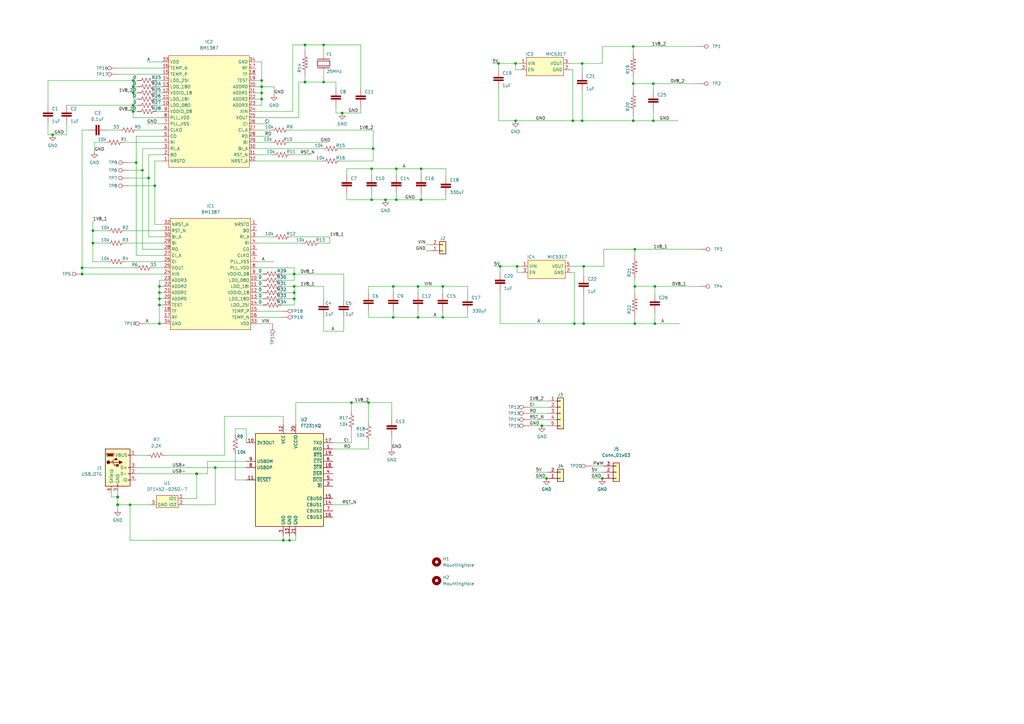
<source format=kicad_sch>
(kicad_sch (version 20211123) (generator eeschema)
  (paper "A3")
  (title_block (title "le bitaxe") (date "2022-02-23"))
  (junction (at 153.035 60.96))
  (junction (at 140.335 46.355))
  (junction (at 212.09 109.22))
  (junction (at 65.405 117.475))
  (junction (at 171.45 130.175) (diameter 0.9144))
  (junction (at 171.45 117.475) (diameter 0.9144))
  (junction (at 120.65 117.475))
  (junction (at 268.605 117.475))
  (junction (at 260.35 117.475) (diameter 0.9144))
  (junction (at 48.26 203.835) (diameter 1.016))
  (junction (at 238.76 49.53))
  (junction (at 125.095 33.655) (diameter 0.9144))
  (junction (at 211.455 49.53))
  (junction (at 132.715 18.415) (diameter 0.9144))
  (junction (at 120.65 112.395))
  (junction (at 259.715 49.53))
  (junction (at 238.76 26.035) (diameter 0.9144))
  (junction (at 38.1 99.695))
  (junction (at 107.315 35.56))
  (junction (at 54.61 33.02))
  (junction (at 132.715 33.655) (diameter 0.9144))
  (junction (at 107.315 33.02))
  (junction (at 60.96 73.025))
  (junction (at 54.61 45.72))
  (junction (at 211.455 26.035))
  (junction (at 33.655 109.855))
  (junction (at 107.315 40.64))
  (junction (at 152.4 69.215) (diameter 0.9144))
  (junction (at 65.405 125.095))
  (junction (at 151.13 165.1))
  (junction (at 65.405 132.715))
  (junction (at 54.61 35.56))
  (junction (at 120.65 120.015))
  (junction (at 144.145 165.1))
  (junction (at 63.5 76.2))
  (junction (at 224.155 196.215))
  (junction (at 267.97 49.53))
  (junction (at 162.56 69.215) (diameter 0.9144))
  (junction (at 55.88 66.675))
  (junction (at 38.1 94.615))
  (junction (at 58.42 69.85))
  (junction (at 65.405 120.015))
  (junction (at 21.59 55.245))
  (junction (at 33.655 112.395))
  (junction (at 162.56 81.915) (diameter 0.9144))
  (junction (at 259.715 34.29) (diameter 0.9144))
  (junction (at 53.34 207.01))
  (junction (at 204.47 26.035) (diameter 0.9144))
  (junction (at 161.29 117.475) (diameter 0.9144))
  (junction (at 259.715 19.05) (diameter 0.9144))
  (junction (at 268.605 132.715))
  (junction (at 239.395 109.22) (diameter 0.9144))
  (junction (at 125.095 18.415) (diameter 0.9144))
  (junction (at 260.35 132.715))
  (junction (at 181.61 130.175))
  (junction (at 54.61 43.18))
  (junction (at 65.405 122.555))
  (junction (at 48.26 207.01) (diameter 1.016))
  (junction (at 120.65 122.555))
  (junction (at 158.115 81.915))
  (junction (at 116.205 221.615))
  (junction (at 107.315 38.1))
  (junction (at 181.61 117.475))
  (junction (at 222.25 174.625))
  (junction (at 118.745 221.615))
  (junction (at 205.105 109.22) (diameter 0.9144))
  (junction (at 80.645 194.31) (diameter 1.016))
  (junction (at 235.585 132.715) (diameter 0.9144))
  (junction (at 152.4 81.915) (diameter 0.9144))
  (junction (at 260.35 102.235) (diameter 0.9144))
  (junction (at 267.97 34.29))
  (junction (at 172.72 81.915))
  (junction (at 54.61 38.1))
  (junction (at 88.265 191.77))
  (junction (at 247.015 196.215))
  (junction (at 234.95 49.53) (diameter 0.9144))
  (junction (at 239.395 132.715))
  (junction (at 172.72 69.215))
  (junction (at 161.29 130.175) (diameter 0.9144))
  (wire (pts (xy 125.095 18.415) (xy 132.715 18.415)))
  (wire (pts (xy 204.47 26.035) (xy 211.455 26.035)))
  (wire (pts (xy 259.715 34.29) (xy 259.715 31.75)))
  (wire (pts (xy 120.65 125.095) (xy 120.65 122.555)))
  (wire (pts (xy 60.325 25.4) (xy 66.675 25.4)))
  (wire (pts (xy 27.305 50.8) (xy 27.305 55.245)))
  (wire (pts (xy 202.565 109.22) (xy 205.105 109.22)))
  (wire (pts (xy 88.265 191.77) (xy 55.88 191.77)))
  (wire (pts (xy 144.145 165.1) (xy 144.145 168.91)))
  (wire (pts (xy 136.525 181.61) (xy 144.145 181.61)))
  (wire (pts (xy 63.5 92.075) (xy 67.31 92.075)))
  (wire (pts (xy 119.38 97.155) (xy 135.255 97.155)))
  (wire (pts (xy 118.745 58.42) (xy 134.62 58.42)))
  (wire (pts (xy 222.25 174.625) (xy 224.79 174.625)))
  (wire (pts (xy 161.29 117.475) (xy 171.45 117.475)))
  (wire (pts (xy 60.96 97.155) (xy 67.31 97.155)))
  (wire (pts (xy 260.35 117.475) (xy 268.605 117.475)))
  (wire (pts (xy 96.52 175.895) (xy 100.965 175.895)))
  (wire (pts (xy 63.5 76.2) (xy 63.5 92.075)))
  (wire (pts (xy 105.41 130.175) (xy 115.57 130.175)))
  (wire (pts (xy 217.17 164.465) (xy 224.79 164.465)))
  (wire (pts (xy 65.405 132.715) (xy 67.31 132.715)))
  (wire (pts (xy 238.76 26.035) (xy 247.015 26.035)))
  (wire (pts (xy 38.1 99.695) (xy 38.1 94.615)))
  (wire (pts (xy 121.285 165.1) (xy 144.145 165.1)))
  (wire (pts (xy 217.17 172.085) (xy 224.79 172.085)))
  (wire (pts (xy 260.35 104.775) (xy 260.35 102.235)))
  (wire (pts (xy 204.47 36.195) (xy 204.47 49.53)))
  (wire (pts (xy 260.35 120.015) (xy 260.35 117.475)))
  (wire (pts (xy 259.715 19.05) (xy 286.385 19.05)))
  (wire (pts (xy 181.61 120.015) (xy 181.61 117.475)))
  (wire (pts (xy 104.775 45.72) (xy 120.015 45.72)))
  (wire (pts (xy 80.645 194.31) (xy 55.88 194.31)))
  (wire (pts (xy 75.565 207.01) (xy 88.265 207.01)))
  (wire (pts (xy 107.315 33.02) (xy 107.315 35.56)))
  (wire (pts (xy 144.145 176.53) (xy 144.145 181.61)))
  (wire (pts (xy 235.585 111.76) (xy 235.585 132.715)))
  (wire (pts (xy 85.09 189.23) (xy 100.965 189.23)))
  (wire (pts (xy 259.715 46.99) (xy 259.715 49.53)))
  (wire (pts (xy 137.795 43.815) (xy 137.795 46.355)))
  (wire (pts (xy 105.41 99.695) (xy 123.825 99.695)))
  (wire (pts (xy 211.455 28.575) (xy 213.36 28.575)))
  (wire (pts (xy 238.76 37.465) (xy 238.76 49.53)))
  (wire (pts (xy 33.655 109.855) (xy 33.655 53.34)))
  (wire (pts (xy 64.135 43.18) (xy 66.675 43.18)))
  (wire (pts (xy 120.65 120.015) (xy 120.65 122.555)))
  (wire (pts (xy 43.815 53.34) (xy 48.895 53.34)))
  (wire (pts (xy 43.815 107.315) (xy 38.1 107.315)))
  (wire (pts (xy 54.61 33.02) (xy 56.515 33.02)))
  (wire (pts (xy 268.605 132.715) (xy 260.35 132.715)))
  (wire (pts (xy 152.4 79.375) (xy 152.4 81.915)))
  (wire (pts (xy 120.65 117.475) (xy 120.65 120.015)))
  (wire (pts (xy 162.56 79.375) (xy 162.56 81.915)))
  (wire (pts (xy 238.76 49.53) (xy 259.715 49.53)))
  (wire (pts (xy 151.13 117.475) (xy 161.29 117.475)))
  (wire (pts (xy 65.405 122.555) (xy 67.31 122.555)))
  (wire (pts (xy 152.4 81.915) (xy 142.24 81.915)))
  (wire (pts (xy 247.015 19.05) (xy 259.715 19.05)))
  (wire (pts (xy 142.24 69.215) (xy 152.4 69.215)))
  (wire (pts (xy 104.775 53.34) (xy 111.125 53.34)))
  (wire (pts (xy 115.57 120.015) (xy 120.65 120.015)))
  (wire (pts (xy 132.715 130.175) (xy 132.715 135.89)))
  (wire (pts (xy 259.715 34.29) (xy 267.97 34.29)))
  (wire (pts (xy 115.57 125.095) (xy 120.65 125.095)))
  (wire (pts (xy 260.35 117.475) (xy 260.35 114.935)))
  (wire (pts (xy 50.8 58.42) (xy 66.675 58.42)))
  (wire (pts (xy 115.57 117.475) (xy 120.65 117.475)))
  (wire (pts (xy 54.61 35.56) (xy 56.515 35.56)))
  (wire (pts (xy 65.405 120.015) (xy 67.31 120.015)))
  (wire (pts (xy 239.395 120.65) (xy 239.395 132.715)))
  (wire (pts (xy 201.93 26.035) (xy 204.47 26.035)))
  (wire (pts (xy 191.77 120.65) (xy 191.77 117.475)))
  (wire (pts (xy 38.1 107.315) (xy 38.1 99.695)))
  (wire (pts (xy 54.61 40.64) (xy 56.515 40.64)))
  (wire (pts (xy 85.09 189.23) (xy 85.09 194.31)))
  (wire (pts (xy 52.705 66.675) (xy 55.88 66.675)))
  (wire (pts (xy 260.35 130.175) (xy 260.35 132.715)))
  (wire (pts (xy 66.675 48.26) (xy 54.61 48.26)))
  (wire (pts (xy 52.705 73.025) (xy 60.96 73.025)))
  (wire (pts (xy 60.96 73.025) (xy 60.96 97.155)))
  (wire (pts (xy 120.65 112.395) (xy 120.65 109.855)))
  (wire (pts (xy 104.775 43.18) (xy 107.315 43.18)))
  (wire (pts (xy 53.34 207.01) (xy 48.26 207.01)))
  (wire (pts (xy 64.135 40.64) (xy 66.675 40.64)))
  (wire (pts (xy 66.675 60.96) (xy 58.42 60.96)))
  (wire (pts (xy 120.65 117.475) (xy 132.715 117.475)))
  (wire (pts (xy 268.605 117.475) (xy 287.02 117.475)))
  (wire (pts (xy 219.71 196.215) (xy 224.155 196.215)))
  (wire (pts (xy 212.09 111.76) (xy 212.09 109.22)))
  (wire (pts (xy 131.445 99.695) (xy 135.255 99.695)))
  (wire (pts (xy 268.605 117.475) (xy 268.605 120.65)))
  (wire (pts (xy 43.18 58.42) (xy 38.735 58.42)))
  (wire (pts (xy 122.555 48.26) (xy 122.555 33.655)))
  (wire (pts (xy 162.56 71.755) (xy 162.56 69.215)))
  (wire (pts (xy 235.585 132.715) (xy 205.105 132.715)))
  (wire (pts (xy 205.105 119.38) (xy 205.105 132.715)))
  (wire (pts (xy 153.035 53.34) (xy 153.035 60.96)))
  (wire (pts (xy 242.57 196.215) (xy 247.015 196.215)))
  (wire (pts (xy 247.015 196.215) (xy 247.65 196.215)))
  (wire (pts (xy 267.97 34.29) (xy 286.385 34.29)))
  (wire (pts (xy 105.41 97.155) (xy 111.76 97.155)))
  (wire (pts (xy 135.255 97.155) (xy 135.255 99.695)))
  (wire (pts (xy 38.1 94.615) (xy 43.815 94.615)))
  (wire (pts (xy 122.555 33.655) (xy 125.095 33.655)))
  (wire (pts (xy 38.735 58.42) (xy 38.735 62.23)))
  (wire (pts (xy 33.655 53.34) (xy 36.195 53.34)))
  (wire (pts (xy 211.455 26.035) (xy 213.36 26.035)))
  (wire (pts (xy 27.305 43.18) (xy 54.61 43.18)))
  (wire (pts (xy 115.57 112.395) (xy 120.65 112.395)))
  (wire (pts (xy 54.61 43.18) (xy 54.61 45.72)))
  (wire (pts (xy 92.075 186.69) (xy 92.075 170.815)))
  (wire (pts (xy 105.41 132.715) (xy 111.76 132.715)))
  (wire (pts (xy 88.265 191.77) (xy 100.965 191.77)))
  (wire (pts (xy 132.715 117.475) (xy 132.715 122.555)))
  (wire (pts (xy 104.775 38.1) (xy 107.315 38.1)))
  (wire (pts (xy 136.525 207.01) (xy 143.51 207.01)))
  (wire (pts (xy 51.435 99.695) (xy 67.31 99.695)))
  (wire (pts (xy 176.53 102.87) (xy 174.625 102.87)))
  (wire (pts (xy 67.31 114.935) (xy 65.405 114.935)))
  (wire (pts (xy 56.515 53.34) (xy 66.675 53.34)))
  (wire (pts (xy 172.72 79.375) (xy 172.72 81.915)))
  (wire (pts (xy 217.17 174.625) (xy 222.25 174.625)))
  (wire (pts (xy 65.405 114.935) (xy 65.405 117.475)))
  (wire (pts (xy 191.77 128.27) (xy 191.77 130.175)))
  (wire (pts (xy 247.015 19.05) (xy 247.015 26.035)))
  (wire (pts (xy 38.1 94.615) (xy 38.1 90.805)))
  (wire (pts (xy 158.115 81.915) (xy 152.4 81.915)))
  (wire (pts (xy 54.61 43.18) (xy 56.515 43.18)))
  (wire (pts (xy 238.76 49.53) (xy 234.95 49.53)))
  (wire (pts (xy 234.95 49.53) (xy 211.455 49.53)))
  (wire (pts (xy 182.88 81.915) (xy 172.72 81.915)))
  (wire (pts (xy 48.26 27.94) (xy 66.675 27.94)))
  (wire (pts (xy 171.45 117.475) (xy 181.61 117.475)))
  (wire (pts (xy 45.72 203.835) (xy 48.26 203.835)))
  (wire (pts (xy 119.38 63.5) (xy 127 63.5)))
  (wire (pts (xy 48.26 30.48) (xy 66.675 30.48)))
  (wire (pts (xy 160.655 179.07) (xy 160.655 184.15)))
  (wire (pts (xy 64.135 33.02) (xy 66.675 33.02)))
  (wire (pts (xy 67.31 125.095) (xy 65.405 125.095)))
  (wire (pts (xy 116.205 221.615) (xy 53.34 221.615)))
  (wire (pts (xy 132.715 18.415) (xy 147.955 18.415)))
  (wire (pts (xy 100.965 196.85) (xy 96.52 196.85)))
  (wire (pts (xy 247.65 102.235) (xy 260.35 102.235)))
  (wire (pts (xy 182.88 69.215) (xy 172.72 69.215)))
  (wire (pts (xy 247.65 102.235) (xy 247.65 109.22)))
  (wire (pts (xy 52.705 69.85) (xy 58.42 69.85)))
  (wire (pts (xy 19.685 55.245) (xy 21.59 55.245)))
  (wire (pts (xy 160.655 165.1) (xy 151.13 165.1)))
  (wire (pts (xy 48.26 203.835) (xy 48.26 207.01)))
  (wire (pts (xy 104.775 50.8) (xy 110.49 50.8)))
  (wire (pts (xy 171.45 130.175) (xy 161.29 130.175)))
  (wire (pts (xy 104.775 66.04) (xy 132.08 66.04)))
  (wire (pts (xy 267.97 34.29) (xy 267.97 37.465)))
  (wire (pts (xy 19.685 50.8) (xy 19.685 55.245)))
  (wire (pts (xy 152.4 69.215) (xy 162.56 69.215)))
  (wire (pts (xy 171.45 120.015) (xy 171.45 117.475)))
  (wire (pts (xy 54.61 38.1) (xy 56.515 38.1)))
  (wire (pts (xy 51.435 107.315) (xy 67.31 107.315)))
  (wire (pts (xy 162.56 69.215) (xy 172.72 69.215)))
  (wire (pts (xy 55.88 55.88) (xy 55.88 66.675)))
  (wire (pts (xy 260.35 102.235) (xy 287.02 102.235)))
  (wire (pts (xy 234.95 28.575) (xy 234.95 49.53)))
  (wire (pts (xy 55.88 66.675) (xy 55.88 104.775)))
  (wire (pts (xy 120.015 45.72) (xy 120.015 18.415)))
  (wire (pts (xy 139.7 60.96) (xy 153.035 60.96)))
  (wire (pts (xy 205.105 109.22) (xy 205.105 111.76)))
  (wire (pts (xy 267.97 45.085) (xy 267.97 49.53)))
  (wire (pts (xy 268.605 128.27) (xy 268.605 132.715)))
  (wire (pts (xy 224.155 196.215) (xy 224.79 196.215)))
  (wire (pts (xy 140.97 130.175) (xy 140.97 135.89)))
  (wire (pts (xy 58.42 60.96) (xy 58.42 69.85)))
  (wire (pts (xy 105.41 125.095) (xy 107.95 125.095)))
  (wire (pts (xy 105.41 107.315) (xy 112.395 107.315)))
  (wire (pts (xy 239.395 109.22) (xy 247.65 109.22)))
  (wire (pts (xy 132.715 33.655) (xy 137.795 33.655)))
  (wire (pts (xy 66.675 66.04) (xy 63.5 66.04)))
  (wire (pts (xy 132.715 23.495) (xy 132.715 18.415)))
  (wire (pts (xy 120.65 112.395) (xy 140.97 112.395)))
  (wire (pts (xy 65.405 125.095) (xy 65.405 132.715)))
  (wire (pts (xy 136.525 184.15) (xy 151.13 184.15)))
  (wire (pts (xy 105.41 127.635) (xy 115.57 127.635)))
  (wire (pts (xy 191.77 130.175) (xy 181.61 130.175)))
  (wire (pts (xy 52.705 76.2) (xy 63.5 76.2)))
  (wire (pts (xy 80.645 204.47) (xy 80.645 194.31)))
  (wire (pts (xy 105.41 122.555) (xy 107.95 122.555)))
  (wire (pts (xy 65.405 117.475) (xy 65.405 120.015)))
  (wire (pts (xy 125.095 31.115) (xy 125.095 33.655)))
  (wire (pts (xy 60.325 186.69) (xy 55.88 186.69)))
  (wire (pts (xy 115.57 122.555) (xy 120.65 122.555)))
  (wire (pts (xy 96.52 178.435) (xy 96.52 175.895)))
  (wire (pts (xy 142.24 71.755) (xy 142.24 69.215)))
  (wire (pts (xy 176.53 100.33) (xy 174.625 100.33)))
  (wire (pts (xy 112.395 35.56) (xy 112.395 38.735)))
  (wire (pts (xy 121.285 173.99) (xy 121.285 165.1)))
  (wire (pts (xy 64.135 45.72) (xy 66.675 45.72)))
  (wire (pts (xy 100.965 175.895) (xy 100.965 181.61)))
  (wire (pts (xy 104.775 48.26) (xy 122.555 48.26)))
  (wire (pts (xy 233.68 26.035) (xy 238.76 26.035)))
  (wire (pts (xy 211.455 28.575) (xy 211.455 26.035)))
  (wire (pts (xy 142.24 79.375) (xy 142.24 81.915)))
  (wire (pts (xy 217.17 167.005) (xy 224.79 167.005)))
  (wire (pts (xy 104.775 33.02) (xy 107.315 33.02)))
  (wire (pts (xy 239.395 109.22) (xy 239.395 113.03)))
  (wire (pts (xy 19.685 33.02) (xy 54.61 33.02)))
  (wire (pts (xy 239.395 132.715) (xy 260.35 132.715)))
  (wire (pts (xy 54.61 38.1) (xy 54.61 40.64)))
  (wire (pts (xy 54.61 33.02) (xy 54.61 35.56)))
  (wire (pts (xy 53.34 221.615) (xy 53.34 207.01)))
  (wire (pts (xy 33.655 109.855) (xy 33.655 112.395)))
  (wire (pts (xy 191.77 117.475) (xy 181.61 117.475)))
  (wire (pts (xy 92.075 170.815) (xy 116.205 170.815)))
  (wire (pts (xy 125.095 33.655) (xy 132.715 33.655)))
  (wire (pts (xy 125.095 20.955) (xy 125.095 18.415)))
  (wire (pts (xy 153.035 66.04) (xy 139.7 66.04)))
  (wire (pts (xy 88.265 207.01) (xy 88.265 191.77)))
  (wire (pts (xy 172.72 71.755) (xy 172.72 69.215)))
  (wire (pts (xy 67.31 112.395) (xy 33.655 112.395)))
  (wire (pts (xy 85.09 194.31) (xy 80.645 194.31)))
  (wire (pts (xy 58.42 69.85) (xy 58.42 102.235)))
  (wire (pts (xy 151.13 120.015) (xy 151.13 117.475)))
  (wire (pts (xy 242.57 191.135) (xy 247.65 191.135)))
  (wire (pts (xy 104.775 63.5) (xy 111.76 63.5)))
  (wire (pts (xy 75.565 204.47) (xy 80.645 204.47)))
  (wire (pts (xy 61.595 207.01) (xy 53.34 207.01)))
  (wire (pts (xy 234.95 28.575) (xy 233.68 28.575)))
  (wire (pts (xy 161.29 120.015) (xy 161.29 117.475)))
  (wire (pts (xy 151.13 173.355) (xy 151.13 165.1)))
  (wire (pts (xy 116.205 219.71) (xy 116.205 221.615)))
  (wire (pts (xy 211.455 49.53) (xy 204.47 49.53)))
  (wire (pts (xy 48.26 207.01) (xy 48.26 208.915)))
  (wire (pts (xy 151.13 127.635) (xy 151.13 130.175)))
  (wire (pts (xy 212.09 111.76) (xy 213.995 111.76)))
  (wire (pts (xy 104.775 40.64) (xy 107.315 40.64)))
  (wire (pts (xy 64.135 35.56) (xy 66.675 35.56)))
  (wire (pts (xy 51.435 94.615) (xy 67.31 94.615)))
  (wire (pts (xy 107.315 35.56) (xy 112.395 35.56)))
  (wire (pts (xy 115.57 114.935) (xy 120.65 114.935)))
  (wire (pts (xy 259.715 21.59) (xy 259.715 19.05)))
  (wire (pts (xy 160.655 171.45) (xy 160.655 165.1)))
  (wire (pts (xy 104.775 55.88) (xy 110.49 55.88)))
  (wire (pts (xy 239.395 132.715) (xy 235.585 132.715)))
  (wire (pts (xy 104.775 35.56) (xy 107.315 35.56)))
  (wire (pts (xy 33.655 109.855) (xy 55.245 109.855)))
  (wire (pts (xy 19.685 43.18) (xy 19.685 33.02)))
  (wire (pts (xy 161.29 127.635) (xy 161.29 130.175)))
  (wire (pts (xy 217.17 169.545) (xy 224.79 169.545)))
  (wire (pts (xy 116.205 170.815) (xy 116.205 173.99)))
  (wire (pts (xy 278.13 49.53) (xy 267.97 49.53)))
  (wire (pts (xy 105.41 120.015) (xy 107.95 120.015)))
  (wire (pts (xy 172.72 81.915) (xy 162.56 81.915)))
  (wire (pts (xy 65.405 120.015) (xy 65.405 122.555)))
  (wire (pts (xy 204.47 26.035) (xy 204.47 28.575)))
  (wire (pts (xy 238.76 26.035) (xy 238.76 29.845)))
  (wire (pts (xy 151.13 184.15) (xy 151.13 180.975)))
  (wire (pts (xy 66.675 63.5) (xy 60.96 63.5)))
  (wire (pts (xy 118.745 221.615) (xy 116.205 221.615)))
  (wire (pts (xy 54.61 35.56) (xy 54.61 38.1)))
  (wire (pts (xy 120.65 114.935) (xy 120.65 112.395)))
  (wire (pts (xy 63.5 66.04) (xy 63.5 76.2)))
  (wire (pts (xy 62.865 109.855) (xy 67.31 109.855)))
  (wire (pts (xy 118.745 219.71) (xy 118.745 221.615)))
  (wire (pts (xy 104.775 60.96) (xy 132.08 60.96)))
  (wire (pts (xy 59.69 132.715) (xy 65.405 132.715)))
  (wire (pts (xy 45.72 201.93) (xy 45.72 203.835)))
  (wire (pts (xy 234.315 109.22) (xy 239.395 109.22)))
  (wire (pts (xy 60.325 50.8) (xy 66.675 50.8)))
  (wire (pts (xy 162.56 81.915) (xy 158.115 81.915)))
  (wire (pts (xy 64.135 38.1) (xy 66.675 38.1)))
  (wire (pts (xy 120.015 18.415) (xy 125.095 18.415)))
  (wire (pts (xy 147.955 46.355) (xy 147.955 43.815)))
  (wire (pts (xy 21.59 55.245) (xy 27.305 55.245)))
  (wire (pts (xy 65.405 117.475) (xy 67.31 117.475)))
  (wire (pts (xy 67.945 186.69) (xy 92.075 186.69)))
  (wire (pts (xy 132.715 135.89) (xy 140.97 135.89)))
  (wire (pts (xy 153.035 60.96) (xy 153.035 66.04)))
  (wire (pts (xy 54.61 45.72) (xy 54.61 48.26)))
  (wire (pts (xy 105.41 114.935) (xy 107.95 114.935)))
  (wire (pts (xy 132.715 28.575) (xy 132.715 33.655)))
  (wire (pts (xy 137.795 33.655) (xy 137.795 36.195)))
  (wire (pts (xy 219.71 193.675) (xy 224.79 193.675)))
  (wire (pts (xy 151.13 165.1) (xy 144.145 165.1)))
  (wire (pts (xy 147.955 18.415) (xy 147.955 36.195)))
  (wire (pts (xy 107.315 43.18) (xy 107.315 40.64)))
  (wire (pts (xy 205.105 109.22) (xy 212.09 109.22)))
  (wire (pts (xy 181.61 127.635) (xy 181.61 130.175)))
  (wire (pts (xy 212.09 109.22) (xy 213.995 109.22)))
  (wire (pts (xy 140.97 112.395) (xy 140.97 122.555)))
  (wire (pts (xy 60.96 63.5) (xy 60.96 73.025)))
  (wire (pts (xy 96.52 196.85) (xy 96.52 186.055)))
  (wire (pts (xy 48.26 201.93) (xy 48.26 203.835)))
  (wire (pts (xy 104.775 25.4) (xy 107.315 25.4)))
  (wire (pts (xy 161.29 130.175) (xy 151.13 130.175)))
  (wire (pts (xy 38.1 99.695) (xy 43.815 99.695)))
  (wire (pts (xy 66.675 55.88) (xy 55.88 55.88)))
  (wire (pts (xy 242.57 193.675) (xy 247.65 193.675)))
  (wire (pts (xy 104.775 58.42) (xy 111.125 58.42)))
  (wire (pts (xy 259.715 36.83) (xy 259.715 34.29)))
  (wire (pts (xy 121.285 221.615) (xy 118.745 221.615)))
  (wire (pts (xy 140.335 46.355) (xy 147.955 46.355)))
  (wire (pts (xy 171.45 127.635) (xy 171.45 130.175)))
  (wire (pts (xy 182.88 80.01) (xy 182.88 81.915)))
  (wire (pts (xy 278.765 132.715) (xy 268.605 132.715)))
  (wire (pts (xy 152.4 71.755) (xy 152.4 69.215)))
  (wire (pts (xy 107.315 40.64) (xy 107.315 38.1)))
  (wire (pts (xy 55.88 104.775) (xy 67.31 104.775)))
  (wire (pts (xy 105.41 109.855) (xy 120.65 109.855)))
  (wire (pts (xy 54.61 45.72) (xy 56.515 45.72)))
  (wire (pts (xy 105.41 117.475) (xy 107.95 117.475)))
  (wire (pts (xy 107.315 25.4) (xy 107.315 33.02)))
  (wire (pts (xy 267.97 49.53) (xy 259.715 49.53)))
  (wire (pts (xy 58.42 102.235) (xy 67.31 102.235)))
  (wire (pts (xy 65.405 122.555) (xy 65.405 125.095)))
  (wire (pts (xy 121.285 219.71) (xy 121.285 221.615)))
  (wire (pts (xy 105.41 112.395) (xy 107.95 112.395)))
  (wire (pts (xy 118.745 53.34) (xy 153.035 53.34)))
  (wire (pts (xy 182.88 72.39) (xy 182.88 69.215)))
  (wire (pts (xy 107.315 38.1) (xy 107.315 35.56)))
  (wire (pts (xy 137.795 46.355) (xy 140.335 46.355)))
  (wire (pts (xy 235.585 111.76) (xy 234.315 111.76)))
  (wire (pts (xy 181.61 130.175) (xy 171.45 130.175)))
  (label "1V8_2" (at 54.61 38.1 180))
  (label "RO" (at 108.585 55.88 0))
  (label "GND" (at 219.71 49.53 0))
  (label "GND" (at 22.225 55.245 0))
  (label "RST_N" (at 123.19 63.5 0))
  (label "CI" (at 140.97 181.61 0))
  (label "GND" (at 160.655 184.15 0))
  (label "GND" (at 174.625 102.87 180))
  (label "USB+" (at 76.2 191.77 180))
  (label "GND" (at 170.18 81.915 180))
  (label "1V8_2" (at 267.335 19.05 0))
  (label "A" (at 179.07 130.175 180))
  (label "1V8_2" (at 145.415 165.1 0))
  (label "0V8_1" (at 123.19 112.395 0))
  (label "RO" (at 140.97 184.15 0))
  (label "0V8_2" (at 274.955 34.29 0))
  (label "GND" (at 112.395 38.735 0))
  (label "PWM" (at 243.205 191.135 0))
  (label "GND" (at 38.735 62.23 0))
  (label "CI" (at 108.585 50.8 0))
  (label "5V" (at 219.71 193.675 0))
  (label "GND" (at 242.57 196.215 0))
  (label "RO" (at 217.17 169.545 0))
  (label "A" (at 59.69 132.715 0))
  (label "5V" (at 202.565 109.22 0))
  (label "GND" (at 270.51 49.53 0))
  (label "A" (at 271.145 132.715 0))
  (label "1V8_2" (at 147.32 53.34 0))
  (label "RST_N" (at 140.335 207.01 0))
  (label "5V" (at 201.93 26.035 0))
  (label "0V8_2" (at 54.61 45.72 180))
  (label "GND" (at 219.71 196.215 0))
  (label "1V8_2" (at 217.17 164.465 0))
  (label "GND" (at 142.875 46.355 0))
  (label "0V8_1" (at 275.59 117.475 0))
  (label "GND" (at 131.445 58.42 0))
  (label "A" (at 60.325 25.4 0))
  (label "A" (at 135.89 135.89 0))
  (label "CI" (at 217.17 167.005 0))
  (label "VIN" (at 174.625 100.33 180))
  (label "USB-" (at 76.2 194.31 180))
  (label "1V8_1" (at 135.255 97.155 0))
  (label "A" (at 165.1 69.215 0))
  (label "5V" (at 242.57 193.675 0))
  (label "1V8_1" (at 123.19 117.475 0))
  (label "A" (at 107.315 107.315 0))
  (label "VIN" (at 173.99 117.475 0))
  (label "GND" (at 217.17 174.625 0))
  (label "1V8_1" (at 267.97 102.235 0))
  (label "RST_N" (at 217.17 172.085 0))
  (label "1V8_1" (at 38.1 90.805 0))
  (label "A" (at 220.345 132.715 0))
  (label "GND" (at 60.325 50.8 0))
  (label "VIN" (at 107.315 132.715 0))
  (symbol (lib_id "Interface_USB:FT231XQ") (at 118.745 196.85 0) (unit 1)
    (property "Reference" "U2" (at 123.3044 172.085 0) (effects (justify left)))
    (property "Value" "FT231XQ" (at 123.3044 174.625 0) (effects (justify left)))
    (property "Footprint" "Package_DFN_QFN:QFN-20-1EP_4x4mm_P0.5mm_EP2.5x2.5mm" (effects hide))
    (property "Datasheet" "https://www.ftdichip.com/Support/Documents/DataSheets/ICs/DS_FT231X.pdf" (effects hide))
  )
  (symbol (lib_id "Connector_Generic:Conn_01x02") (at 181.61 102.87 0) (mirror x) (unit 1)
    (property "Reference" "J2" (at 181.61 97.79 0))
    (property "Value" "Conn_01x02" (effects hide))
    (property "Footprint" "Connector_PinHeader_2.54mm:PinHeader_1x02_P2.54mm_Vertical" (effects hide))
    (property "DNP" "T" (effects hide))
  )
  (symbol (lib_id "Connector:TestPoint") (at 242.57 191.135 90) (mirror x) (unit 1)
    (property "Reference" "TP20" (at 236.22 191.135 90))
    (property "Value" "TestPoint" (effects hide))
    (property "Footprint" "TestPoint:TestPoint_Pad_D1.5mm" (effects hide))
    (property "DNP" "T" (effects hide))
  )
  (symbol (lib_id "Device:R_US") (at 111.76 112.395 90) (unit 1)
    (property "Reference" "R29" (at 115.57 111.125 90))
    (property "Value" "0" (at 106.68 111.125 90))
    (property "Footprint" "DayMiner:R0402" (effects hide))
  )
  (symbol (lib_id "Device:R_US") (at 47.625 99.695 90) (unit 1)
    (property "Reference" "R3" (at 51.435 98.425 90))
    (property "Value" "10k" (at 43.18 98.425 90))
    (property "Footprint" "DayMiner:R0402" (effects hide))
  )
  (symbol (lib_id "Device:R_US") (at 47.625 94.615 90) (unit 1)
    (property "Reference" "R2" (at 51.435 93.345 90))
    (property "Value" "10k" (at 43.18 93.345 90))
    (property "Footprint" "DayMiner:R0402" (effects hide))
  )
  (symbol (lib_id "Device:R_US") (at 64.135 186.69 270) (mirror x) (unit 1)
    (property "Reference" "R7" (at 64.135 180.34 90))
    (property "Value" "2.2K" (at 64.135 182.88 90))
    (property "Footprint" "DayMiner:R0402" (effects hide))
    (property "DK" "YAG3467CT-ND" (effects hide))
    (property "PARTNO" "AC0402FR-072K2L" (effects hide))
  )
  (symbol (lib_id "Connector:TestPoint") (at 48.26 27.94 90) (mirror x) (unit 1)
    (property "Reference" "TP16" (at 41.91 27.94 90))
    (property "Value" "TestPoint" (effects hide))
    (property "Footprint" "TestPoint:TestPoint_Pad_D1.5mm" (effects hide))
    (property "DNP" "T" (effects hide))
  )
  (symbol (lib_id "Connector:TestPoint") (at 217.17 167.005 90) (mirror x) (unit 1)
    (property "Reference" "TP12" (at 210.82 167.005 90))
    (property "Value" "TestPoint" (effects hide))
    (property "Footprint" "TestPoint:TestPoint_Pad_D1.5mm" (effects hide))
    (property "DNP" "T" (effects hide))
  )
  (symbol (lib_id "Connector_Generic:Conn_01x03") (at 252.73 193.675 0) (mirror x) (unit 1)
    (property "Reference" "J5" (at 252.73 184.15 0))
    (property "Value" "Conn_01x03" (at 252.73 186.69 0))
    (property "Footprint" "Connector_PinHeader_2.54mm:PinHeader_1x03_P2.54mm_Vertical" (effects hide))
  )
  (symbol (lib_id "DayMiner-eagle-import:CAP0402") (at 152.4 76.835 0) (unit 1)
    (property "Reference" "C10" (at 153.924 73.914 0) (effects (justify left bottom)))
    (property "Value" "0.1uF" (at 153.924 78.994 0) (effects (justify left bottom)))
    (property "Footprint" "DayMiner:C0402" (effects hide))
    (property "Value" "0.1uF" (effects hide))
    (property "DK" "1292-1639-1-ND" (effects hide))
  )
  (symbol (lib_id "DayMiner-eagle-import:CAP0402") (at 160.655 176.53 0) (unit 1)
    (property "Reference" "C13" (at 162.179 173.609 0) (effects (justify left bottom)))
    (property "Value" "0.1uF" (at 162.179 178.689 0) (effects (justify left bottom)))
    (property "Footprint" "DayMiner:C0402" (effects hide))
    (property "Value" "0.1uF" (effects hide))
    (property "DK" "1292-1639-1-ND" (effects hide))
  )
  (symbol (lib_id "Device:R_US") (at 115.57 63.5 90) (unit 1)
    (property "Reference" "R11" (at 119.38 62.23 90))
    (property "Value" "10k" (at 111.125 62.23 90))
    (property "Footprint" "DayMiner:R0402" (effects hide))
  )
  (symbol (lib_id "DayMiner-eagle-import:CAP0402") (at 147.955 41.275 0) (unit 1)
    (property "Reference" "C11" (at 149.479 38.354 0) (effects (justify left bottom)))
    (property "Value" "10pF" (at 149.479 43.434 0) (effects (justify left bottom)))
    (property "Footprint" "DayMiner:C0402" (effects hide))
    (property "Value" "10pF" (effects hide))
    (property "DK" "399-C0402C100K5RAC7867CT-ND" (effects hide))
  )
  (symbol (lib_id "power:GND") (at 247.015 196.215 0) (mirror y) (unit 1)
    (property "Reference" "#PWR011" (effects hide))
    (property "Value" "GND" (at 247.015 200.66 0))
  )
  (symbol (lib_id "Device:R_US") (at 111.76 122.555 90) (unit 1)
    (property "Reference" "R33" (at 115.57 121.285 90))
    (property "Value" "0" (at 106.68 121.285 90))
    (property "Footprint" "DayMiner:R0402" (effects hide))
  )
  (symbol (lib_id "DayMiner-eagle-import:CAP0402") (at 19.685 48.26 0) (unit 1)
    (property "Reference" "C1" (at 21.209 45.339 0) (effects (justify left bottom)))
    (property "Value" "1uF" (at 21.209 50.419 0) (effects (justify left bottom)))
    (property "Footprint" "DayMiner:C0402" (effects hide))
    (property "DK" "587-5514-1-ND" (effects hide))
  )
  (symbol (lib_name "MIC5317_1") (lib_id "DayMiner-eagle-import:MIC5317") (at 223.52 26.035 0) (unit 1)
    (property "Reference" "IC3" (at 217.17 22.225 0))
    (property "Value" "MIC5317" (at 227.965 22.225 0))
    (property "Footprint" "DayMiner:SOT23-5" (effects hide))
    (property "Datasheet" "https://ww1.microchip.com/downloads/en/DeviceDoc/MIC5317-High-Performance-Single-150mA-LDO-DS20006195B.pdf" (effects hide))
    (property "PARTNO" "MIC5317-1.8YM5-TR" (effects hide))
    (property "DK" "MIC5317-1.8YM5-TR-ND" (effects hide))
  )
  (symbol (lib_id "DayMiner-eagle-import:RESISTOR0402-RES") (at 259.715 41.91 90) (unit 1)
    (property "Reference" "R20" (at 258.2164 45.72 0) (effects (justify left bottom)))
    (property "Value" "100" (at 263.017 45.72 0) (effects (justify left bottom)))
    (property "Footprint" "DayMiner:C0402" (effects hide))
    (property "Value" "100" (effects hide))
    (property "DK" "RMCF0402FT10K0CT-ND" (effects hide))
  )
  (symbol (lib_id "Connector:TestPoint") (at 111.76 132.715 0) (mirror x) (unit 1)
    (property "Reference" "TP11" (at 111.76 139.065 90))
    (property "Value" "TestPoint" (effects hide))
    (property "Footprint" "TestPoint:TestPoint_Pad_D1.5mm" (effects hide))
    (property "DNP" "T" (effects hide))
  )
  (symbol (lib_id "Device:R_US") (at 111.76 120.015 90) (unit 1)
    (property "Reference" "R32" (at 115.57 118.745 90))
    (property "Value" "0" (at 106.68 118.745 90))
    (property "Footprint" "DayMiner:R0402" (effects hide))
  )
  (symbol (lib_id "CM4IO:DT1452-02SO-7") (at 67.945 204.47 0) (mirror y) (unit 1)
    (property "Reference" "U1" (at 68.58 198.12 0))
    (property "Value" "DT1452-02SO-7" (at 68.58 200.66 0))
    (property "Footprint" "Package_TO_SOT_SMD:SOT-23" (effects hide))
    (property "Datasheet" "https://www.diodes.com/assets/Datasheets/DT1452-02SO.pdf" (effects hide))
    (property "DK" "DT1452-02SO-7DICT-ND" (effects hide))
    (property "PARTNO" "DT1452-02SO-7" (effects hide))
  )
  (symbol (lib_id "Connector:TestPoint") (at 287.02 117.475 270) (unit 1)
    (property "Reference" "TP4" (at 292.735 117.4749 90) (effects (justify left)))
    (property "Value" "TestPoint" (effects hide))
    (property "Footprint" "TestPoint:TestPoint_Pad_D1.5mm" (effects hide))
    (property "DNP" "T" (effects hide))
  )
  (symbol (lib_id "DayMiner-eagle-import:XRCGB25M000F2P02R0") (at 132.715 26.035 90) (unit 1)
    (property "Reference" "Y1" (at 133.731 22.987 90) (effects (justify right top)))
    (property "Value" "25MHz" (at 140.335 28.575 90) (effects (justify left bottom)))
    (property "Footprint" "DayMiner:XRCGB25M000F2P02R0" (effects hide))
    (property "PARTNO" "XRCGB25M000F2P01R0" (effects hide))
    (property "DK" "490-18304-1-ND" (effects hide))
  )
  (symbol (lib_id "power:GND") (at 224.155 196.215 0) (mirror y) (unit 1)
    (property "Reference" "#PWR010" (effects hide))
    (property "Value" "GND" (at 224.155 200.66 0))
  )
  (symbol (lib_id "Device:R_US") (at 47.625 107.315 90) (unit 1)
    (property "Reference" "R4" (at 51.435 106.045 90))
    (property "Value" "10k" (at 43.18 106.045 90))
    (property "Footprint" "DayMiner:R0402" (effects hide))
  )
  (symbol (lib_id "power:GND") (at 112.395 38.735 0) (mirror y) (unit 1)
    (property "Reference" "#PWR04" (effects hide))
    (property "Value" "GND" (at 112.395 43.18 0))
  )
  (symbol (lib_id "DayMiner-eagle-import:CAP0402") (at 267.97 42.545 0) (unit 1)
    (property "Reference" "C25" (at 269.494 39.624 0) (effects (justify left bottom)))
    (property "Value" "0.1uF" (at 269.494 44.704 0) (effects (justify left bottom)))
    (property "Footprint" "DayMiner:C0402" (effects hide))
    (property "Value" "0.1uF" (effects hide))
    (property "DK" "1292-1639-1-ND" (effects hide))
  )
  (symbol (lib_id "DayMiner-eagle-import:CAP0402") (at 161.29 125.095 0) (unit 1)
    (property "Reference" "C9" (at 162.814 122.174 0) (effects (justify left bottom)))
    (property "Value" "0.1uF" (at 162.814 127.254 0) (effects (justify left bottom)))
    (property "Footprint" "DayMiner:C0402" (effects hide))
    (property "Value" "0.1uF" (effects hide))
    (property "DK" "1292-1639-1-ND" (effects hide))
  )
  (symbol (lib_id "DayMiner-eagle-import:CAP0402") (at 205.105 116.84 0) (unit 1)
    (property "Reference" "C20" (at 206.629 113.919 0) (effects (justify left bottom)))
    (property "Value" "1uF" (at 206.629 118.999 0) (effects (justify left bottom)))
    (property "Footprint" "DayMiner:C0402" (effects hide))
    (property "DK" "587-5514-1-ND" (effects hide))
  )
  (symbol (lib_id "power:GND") (at 140.335 46.355 0) (mirror y) (unit 1)
    (property "Reference" "#PWR05" (effects hide))
    (property "Value" "GND" (at 140.335 50.8 0))
  )
  (symbol (lib_id "Device:R_US") (at 111.76 114.935 90) (unit 1)
    (property "Reference" "R30" (at 115.57 113.665 90))
    (property "Value" "0" (at 106.68 113.665 90))
    (property "Footprint" "DayMiner:R0402" (effects hide))
  )
  (symbol (lib_id "DayMiner-eagle-import:MIC5317") (at 224.155 109.22 0) (unit 1)
    (property "Reference" "IC4" (at 217.805 105.41 0))
    (property "Value" "MIC5317" (at 228.6 105.41 0))
    (property "Footprint" "DayMiner:SOT23-5" (effects hide))
    (property "Datasheet" "https://ww1.microchip.com/downloads/en/DeviceDoc/MIC5317-High-Performance-Single-150mA-LDO-DS20006195B.pdf" (effects hide))
    (property "PARTNO" "MIC5317-1.8YM5-TR" (effects hide))
    (property "DK" "MIC5317-1.8YM5-TR-ND" (effects hide))
  )
  (symbol (lib_id "power:GND") (at 222.25 174.625 0) (mirror y) (unit 1)
    (property "Reference" "#PWR09" (effects hide))
    (property "Value" "GND" (at 222.25 179.07 0))
  )
  (symbol (lib_id "Device:R_US") (at 60.325 33.02 90) (unit 1)
    (property "Reference" "R23" (at 64.135 31.75 90))
    (property "Value" "0" (at 55.245 31.75 90))
    (property "Footprint" "DayMiner:R0402" (effects hide))
  )
  (symbol (lib_id "Device:R_US") (at 59.055 109.855 90) (unit 1)
    (property "Reference" "R6" (at 55.245 108.585 90))
    (property "Value" "33" (at 62.865 108.585 90))
    (property "Footprint" "DayMiner:R0402" (effects hide))
  )
  (symbol (lib_id "dayminer:BM1387") (at 86.995 50.8 0) (mirror x) (unit 1)
    (property "Reference" "IC2" (at 85.725 17.145 0))
    (property "Value" "BM1387" (at 85.725 19.685 0))
    (property "Footprint" "DayMiner:SON45P800X800X70-33T645X800N" (effects hide))
  )
  (symbol (lib_id "Connector:TestPoint") (at 217.17 169.545 90) (unit 1)
    (property "Reference" "TP13" (at 210.82 169.545 90))
    (property "Value" "TestPoint" (effects hide))
    (property "Footprint" "TestPoint:TestPoint_Pad_D1.5mm" (effects hide))
    (property "DNP" "T" (effects hide))
  )
  (symbol (lib_id "Connector:USB_OTG") (at 48.26 191.77 0) (unit 1)
    (property "Reference" "J1" (at 41.91 191.8969 0) (effects (justify right)))
    (property "Value" "USB_OTG" (at 41.91 194.4369 0) (effects (justify right)))
    (property "Footprint" "DayMiner:USB_Micro-B_EDAC_UCON00686" (effects hide))
    (property "Datasheet" "https://cdn.amphenol-icc.com/media/wysiwyg/files/documentation/datasheet/inputoutput/io_usb_micro.pd" (effects hide))
    (property "DK" "609-4050-2-ND" (effects hide))
    (property "PARTNO" "10103594-0001LF" (effects hide))
  )
  (symbol (lib_id "Connector_Generic:Conn_01x02") (at 229.87 196.215 0) (mirror x) (unit 1)
    (property "Reference" "J4" (at 229.87 191.135 0))
    (property "Value" "Conn_01x02" (effects hide))
    (property "Footprint" "Connector_PinHeader_2.54mm:PinHeader_1x02_P2.54mm_Vertical" (effects hide))
    (property "DNP" "T" (effects hide))
  )
  (symbol (lib_id "Connector:TestPoint") (at 52.705 73.025 90) (mirror x) (unit 1)
    (property "Reference" "TP7" (at 46.355 73.025 90))
    (property "Value" "TestPoint" (effects hide))
    (property "Footprint" "TestPoint:TestPoint_Pad_D1.5mm" (effects hide))
    (property "DNP" "T" (effects hide))
  )
  (symbol (lib_id "DayMiner-eagle-import:CAP0402") (at 142.24 76.835 0) (unit 1)
    (property "Reference" "C7" (at 143.764 73.914 0) (effects (justify left bottom)))
    (property "Value" "0.1uF" (at 143.764 78.994 0) (effects (justify left bottom)))
    (property "Footprint" "DayMiner:C0402" (effects hide))
    (property "Value" "0.1uF" (effects hide))
    (property "DK" "1292-1639-1-ND" (effects hide))
  )
  (symbol (lib_id "Device:R_US") (at 115.57 97.155 90) (unit 1)
    (property "Reference" "R12" (at 119.38 95.885 90))
    (property "Value" "10k" (at 110.49 95.885 90))
    (property "Footprint" "DayMiner:R0402" (effects hide))
  )
  (symbol (lib_id "Device:R_US") (at 96.52 182.245 180) (unit 1)
    (property "Reference" "R8" (at 98.425 179.07 0))
    (property "Value" "10k" (at 99.06 185.42 0))
    (property "Footprint" "DayMiner:R0402" (effects hide))
  )
  (symbol (lib_id "Device:R_US") (at 127.635 99.695 90) (unit 1)
    (property "Reference" "R13" (at 131.445 98.425 90))
    (property "Value" "10k" (at 123.19 98.425 90))
    (property "Footprint" "DayMiner:R0402" (effects hide))
  )
  (symbol (lib_id "DayMiner-eagle-import:CAP0402") (at 151.13 125.095 0) (unit 1)
    (property "Reference" "C6" (at 152.654 122.174 0) (effects (justify left bottom)))
    (property "Value" "0.1uF" (at 152.654 127.254 0) (effects (justify left bottom)))
    (property "Footprint" "DayMiner:C0402" (effects hide))
    (property "Value" "0.1uF" (effects hide))
    (property "DK" "1292-1639-1-ND" (effects hide))
  )
  (symbol (lib_id "DayMiner-eagle-import:RESISTOR0402-RES") (at 260.35 125.095 90) (unit 1)
    (property "Reference" "R22" (at 258.8514 128.905 0) (effects (justify left bottom)))
    (property "Value" "100" (at 263.652 128.905 0) (effects (justify left bottom)))
    (property "Footprint" "DayMiner:R0402" (effects hide))
    (property "Value" "100" (effects hide))
    (property "DK" "RMCF0402FT10K0CT-ND" (effects hide))
  )
  (symbol (lib_id "DayMiner-eagle-import:CAP0402") (at 238.76 34.925 0) (unit 1)
    (property "Reference" "C21" (at 240.284 32.004 0) (effects (justify left bottom)))
    (property "Value" "1uF" (at 240.284 37.084 0) (effects (justify left bottom)))
    (property "Footprint" "DayMiner:C0402" (effects hide))
    (property "DK" "587-5514-1-ND" (effects hide))
  )
  (symbol (lib_id "power:GND") (at 160.655 184.15 0) (mirror y) (unit 1)
    (property "Reference" "#PWR07" (effects hide))
    (property "Value" "GND" (at 160.655 188.595 0))
  )
  (symbol (lib_id "Device:R_US") (at 60.325 40.64 90) (unit 1)
    (property "Reference" "R26" (at 64.135 39.37 90))
    (property "Value" "0" (at 55.245 39.37 90))
    (property "Footprint" "DayMiner:R0402" (effects hide))
  )
  (symbol (lib_id "eagle_import:CAP0402") (at 41.275 53.34 90) (unit 1)
    (property "Reference" "C3" (at 40.005 46.355 90))
    (property "Value" "0.1uF" (at 40.005 48.895 90))
    (property "Footprint" "DayMiner:C0402" (effects hide))
  )
  (symbol (lib_id "power:GND") (at 38.735 62.23 0) (mirror y) (unit 1)
    (property "Reference" "#PWR03" (effects hide))
    (property "Value" "GND" (at 38.735 66.675 0))
  )
  (symbol (lib_id "Connector:TestPoint") (at 52.705 69.85 90) (mirror x) (unit 1)
    (property "Reference" "TP6" (at 46.355 69.85 90))
    (property "Value" "TestPoint" (effects hide))
    (property "Footprint" "TestPoint:TestPoint_Pad_D1.5mm" (effects hide))
    (property "DNP" "T" (effects hide))
  )
  (symbol (lib_id "DayMiner-eagle-import:RESISTOR0402-RES") (at 259.715 26.67 90) (unit 1)
    (property "Reference" "R19" (at 258.2164 30.48 0) (effects (justify left bottom)))
    (property "Value" "100" (at 263.017 30.48 0) (effects (justify left bottom)))
    (property "Footprint" "DayMiner:R0402" (effects hide))
    (property "Value" "100" (effects hide))
    (property "DK" "RMCF0402FT12K4CT-ND" (effects hide))
  )
  (symbol (lib_id "DayMiner-eagle-import:RESISTOR0402-RES") (at 125.095 26.035 90) (unit 1)
    (property "Reference" "R14" (at 123.5964 29.845 0) (effects (justify left bottom)))
    (property "Value" "1M" (at 128.397 29.845 0) (effects (justify left bottom)))
    (property "Footprint" "DayMiner:R0402" (effects hide))
    (property "Value" "1M" (effects hide))
    (property "DK" "RMCF0402FT1M00CT-ND" (effects hide))
  )
  (symbol (lib_id "DayMiner-eagle-import:CAP0402") (at 191.77 125.73 0) (unit 1)
    (property "Reference" "C17" (at 193.294 122.809 0) (effects (justify left bottom)))
    (property "Value" "330uF" (at 193.675 128.27 0) (effects (justify left bottom)))
    (property "Footprint" "Capacitor_Tantalum_SMD:CP_EIA-7343-31_Kemet-D_Pad2.25x2.55mm_HandSolder" (effects hide))
    (property "DK" "2388-PCT330/10DM-ND" (effects hide))
  )
  (symbol (lib_id "Connector_Generic:Conn_01x05") (at 229.87 169.545 0) (unit 1)
    (property "Reference" "J3" (at 228.6 161.925 0) (effects (justify left)))
    (property "Value" "Conn_01x05" (effects hide))
    (property "Footprint" "Connector_PinHeader_2.54mm:PinHeader_1x05_P2.54mm_Vertical" (effects hide))
  )
  (symbol (lib_id "Connector:TestPoint") (at 286.385 34.29 270) (unit 1)
    (property "Reference" "TP2" (at 292.1 34.2899 90) (effects (justify left)))
    (property "Value" "TestPoint" (effects hide))
    (property "Footprint" "TestPoint:TestPoint_Pad_D1.5mm" (effects hide))
    (property "DNP" "T" (effects hide))
  )
  (symbol (lib_id "DayMiner-eagle-import:CAP0402") (at 268.605 125.73 0) (unit 1)
    (property "Reference" "C26" (at 270.129 122.809 0) (effects (justify left bottom)))
    (property "Value" "0.1uF" (at 270.129 127.889 0) (effects (justify left bottom)))
    (property "Footprint" "DayMiner:C0402" (effects hide))
    (property "Value" "0.1uF" (effects hide))
    (property "DK" "1292-1639-1-ND" (effects hide))
  )
  (symbol (lib_id "power:GND") (at 211.455 49.53 0) (mirror y) (unit 1)
    (property "Reference" "#PWR08" (effects hide))
    (property "Value" "GND" (at 211.455 53.975 0))
  )
  (symbol (lib_id "power:GND") (at 21.59 55.245 0) (mirror y) (unit 1)
    (property "Reference" "#PWR02" (effects hide))
    (property "Value" "GND" (at 21.59 59.69 0))
  )
  (symbol (lib_id "Connector:TestPoint") (at 48.26 30.48 90) (mirror x) (unit 1)
    (property "Reference" "TP17" (at 41.91 30.48 90))
    (property "Value" "TestPoint" (effects hide))
    (property "Footprint" "TestPoint:TestPoint_Pad_D1.5mm" (effects hide))
    (property "DNP" "T" (effects hide))
  )
  (symbol (lib_id "power:GND") (at 158.115 81.915 0) (mirror y) (unit 1)
    (property "Reference" "#PWR06" (effects hide))
    (property "Value" "GND" (at 158.115 86.36 0))
  )
  (symbol (lib_id "Device:R_US") (at 111.76 117.475 90) (unit 1)
    (property "Reference" "R31" (at 115.57 116.205 90))
    (property "Value" "0" (at 106.68 116.205 90))
    (property "Footprint" "DayMiner:R0402" (effects hide))
  )
  (symbol (lib_id "Device:R_US") (at 60.325 43.18 90) (unit 1)
    (property "Reference" "R27" (at 64.135 41.91 90))
    (property "Value" "0" (at 55.245 41.91 90))
    (property "Footprint" "DayMiner:R0402" (effects hide))
  )
  (symbol (lib_id "Mechanical:MountingHole") (at 179.07 238.125 0) (unit 1)
    (property "Reference" "H2" (at 181.61 236.8549 0) (effects (justify left)))
    (property "Value" "MountingHole" (at 181.61 239.3949 0) (effects (justify left)))
    (property "Footprint" "MountingHole:MountingHole_3.5mm" (effects hide))
  )
  (symbol (lib_id "Device:R_US") (at 60.325 38.1 90) (unit 1)
    (property "Reference" "R25" (at 64.135 36.83 90))
    (property "Value" "0" (at 55.245 36.83 90))
    (property "Footprint" "DayMiner:R0402" (effects hide))
  )
  (symbol (lib_id "Device:R_US") (at 60.325 35.56 90) (unit 1)
    (property "Reference" "R24" (at 64.135 34.29 90))
    (property "Value" "0" (at 55.245 34.29 90))
    (property "Footprint" "DayMiner:R0402" (effects hide))
  )
  (symbol (lib_id "Device:R_US") (at 144.145 172.72 180) (unit 1)
    (property "Reference" "R17" (at 140.97 171.45 0))
    (property "Value" "10k" (at 140.97 173.99 0))
    (property "Footprint" "DayMiner:R0402" (effects hide))
  )
  (symbol (lib_id "DayMiner-eagle-import:CAP0402") (at 27.305 48.26 0) (unit 1)
    (property "Reference" "C2" (at 28.829 45.339 0) (effects (justify left bottom)))
    (property "Value" "1uF" (at 28.829 50.419 0) (effects (justify left bottom)))
    (property "Footprint" "DayMiner:C0402" (effects hide))
    (property "DK" "587-5514-1-ND" (effects hide))
  )
  (symbol (lib_id "Device:R_US") (at 111.76 125.095 90) (unit 1)
    (property "Reference" "R34" (at 115.57 123.825 90))
    (property "Value" "0" (at 106.68 123.825 90))
    (property "Footprint" "DayMiner:R0402" (effects hide))
  )
  (symbol (lib_id "DayMiner-eagle-import:CAP0402") (at 162.56 76.835 0) (unit 1)
    (property "Reference" "C14" (at 164.084 73.914 0) (effects (justify left bottom)))
    (property "Value" "1uF" (at 164.084 78.994 0) (effects (justify left bottom)))
    (property "Footprint" "DayMiner:C0402" (effects hide))
    (property "Value" "1uF" (effects hide))
    (property "DK" "587-5514-1-ND" (effects hide))
  )
  (symbol (lib_id "DayMiner-eagle-import:CAP0402") (at 140.97 127.635 0) (unit 1)
    (property "Reference" "C5" (at 141.605 125.095 0) (effects (justify left bottom)))
    (property "Value" "1uF" (at 141.605 129.54 0) (effects (justify left bottom)))
    (property "Footprint" "DayMiner:C0402" (effects hide))
    (property "DK" "587-5514-1-ND" (effects hide))
  )
  (symbol (lib_id "Mechanical:MountingHole") (at 179.07 230.505 0) (unit 1)
    (property "Reference" "H1" (at 181.61 229.2349 0) (effects (justify left)))
    (property "Value" "MountingHole" (at 181.61 231.7749 0) (effects (justify left)))
    (property "Footprint" "MountingHole:MountingHole_3.5mm" (effects hide))
  )
  (symbol (lib_id "Connector:TestPoint") (at 33.655 112.395 90) (mirror x) (unit 1)
    (property "Reference" "TP5" (at 27.305 112.395 90))
    (property "Value" "TestPoint" (effects hide))
    (property "Footprint" "TestPoint:TestPoint_Pad_D1.5mm" (effects hide))
    (property "DNP" "T" (effects hide))
  )
  (symbol (lib_id "Device:R_US") (at 60.325 45.72 90) (unit 1)
    (property "Reference" "R28" (at 64.135 44.45 90))
    (property "Value" "0" (at 55.245 44.45 90))
    (property "Footprint" "DayMiner:R0402" (effects hide))
  )
  (symbol (lib_id "Device:R_US") (at 151.13 177.165 180) (unit 1)
    (property "Reference" "R18" (at 147.955 175.895 0))
    (property "Value" "10k" (at 147.955 178.435 0))
    (property "Footprint" "DayMiner:R0402" (effects hide))
  )
  (symbol (lib_id "Device:R_US") (at 52.705 53.34 90) (unit 1)
    (property "Reference" "R5" (at 56.515 52.07 90))
    (property "Value" "33" (at 47.625 52.07 90))
    (property "Footprint" "DayMiner:R0402" (effects hide))
  )
  (symbol (lib_id "DayMiner-eagle-import:CAP0402") (at 182.88 77.47 0) (unit 1)
    (property "Reference" "C18" (at 184.404 74.549 0) (effects (justify left bottom)))
    (property "Value" "330uF" (at 184.404 79.629 0) (effects (justify left bottom)))
    (property "Footprint" "Capacitor_Tantalum_SMD:CP_EIA-7343-31_Kemet-D_Pad2.25x2.55mm_HandSolder" (effects hide))
    (property "DK" "2388-PCT330/10DM-ND" (effects hide))
  )
  (symbol (lib_id "power:GND") (at 48.26 208.915 0) (mirror y) (unit 1)
    (property "Reference" "#PWR01" (effects hide))
    (property "Value" "GND" (at 48.26 213.36 0))
  )
  (symbol (lib_id "Connector:TestPoint") (at 59.69 132.715 90) (mirror x) (unit 1)
    (property "Reference" "TP10" (at 53.34 132.715 90))
    (property "Value" "TestPoint" (effects hide))
    (property "Footprint" "TestPoint:TestPoint_Pad_D1.5mm" (effects hide))
    (property "DNP" "T" (effects hide))
  )
  (symbol (lib_id "Device:R_US") (at 135.89 66.04 90) (unit 1)
    (property "Reference" "R16" (at 139.7 64.77 90))
    (property "Value" "10k" (at 131.445 64.77 90))
    (property "Footprint" "DayMiner:R0402" (effects hide))
  )
  (symbol (lib_id "dayminer:BM1387") (at 85.09 107.315 0) (mirror y) (unit 1)
    (property "Reference" "IC1" (at 86.36 84.455 0))
    (property "Value" "BM1387" (at 86.36 86.995 0))
    (property "Footprint" "DayMiner:SON45P800X800X70-33T645X800N" (effects hide))
  )
  (symbol (lib_id "Connector:TestPoint") (at 52.705 66.675 90) (mirror x) (unit 1)
    (property "Reference" "TP9" (at 46.355 66.675 90))
    (property "Value" "TestPoint" (effects hide))
    (property "Footprint" "TestPoint:TestPoint_Pad_D1.5mm" (effects hide))
    (property "DNP" "T" (effects hide))
  )
  (symbol (lib_id "DayMiner-eagle-import:RESISTOR0402-RES") (at 260.35 109.855 90) (unit 1)
    (property "Reference" "R21" (at 258.8514 113.665 0) (effects (justify left bottom)))
    (property "Value" "100" (at 263.652 113.665 0) (effects (justify left bottom)))
    (property "Footprint" "DayMiner:R0402" (effects hide))
    (property "Value" "100" (effects hide))
    (property "DK" "RMCF0402FT12K4CT-ND" (effects hide))
  )
  (symbol (lib_id "Device:R_US") (at 46.99 58.42 90) (unit 1)
    (property "Reference" "R1" (at 50.8 57.15 90))
    (property "Value" "10k" (at 41.91 57.15 90))
    (property "Footprint" "DayMiner:R0402" (effects hide))
  )
  (symbol (lib_id "DayMiner-eagle-import:CAP0402") (at 132.715 127.635 0) (unit 1)
    (property "Reference" "C4" (at 133.35 125.095 0) (effects (justify left bottom)))
    (property "Value" "1uF" (at 133.35 129.54 0) (effects (justify left bottom)))
    (property "Footprint" "DayMiner:C0402" (effects hide))
    (property "DK" "587-5514-1-ND" (effects hide))
  )
  (symbol (lib_id "DayMiner-eagle-import:CAP0402") (at 172.72 76.835 0) (unit 1)
    (property "Reference" "C16" (at 174.244 73.914 0) (effects (justify left bottom)))
    (property "Value" "1uF" (at 174.244 78.994 0) (effects (justify left bottom)))
    (property "Footprint" "DayMiner:C0402" (effects hide))
    (property "Value" "1uF" (effects hide))
    (property "DK" "587-5514-1-ND" (effects hide))
  )
  (symbol (lib_id "Connector:TestPoint") (at 286.385 19.05 270) (unit 1)
    (property "Reference" "TP1" (at 292.1 19.0499 90) (effects (justify left)))
    (property "Value" "TestPoint" (effects hide))
    (property "Footprint" "TestPoint:TestPoint_Pad_D1.5mm" (effects hide))
    (property "DNP" "T" (effects hide))
  )
  (symbol (lib_id "DayMiner-eagle-import:CAP0402") (at 239.395 118.11 0) (unit 1)
    (property "Reference" "C22" (at 240.919 115.189 0) (effects (justify left bottom)))
    (property "Value" "1uF" (at 240.919 120.269 0) (effects (justify left bottom)))
    (property "Footprint" "DayMiner:C0402" (effects hide))
    (property "DK" "587-5514-1-ND" (effects hide))
  )
  (symbol (lib_id "DayMiner-eagle-import:CAP0402") (at 171.45 125.095 0) (unit 1)
    (property "Reference" "C12" (at 172.974 122.174 0) (effects (justify left bottom)))
    (property "Value" "1uF" (at 172.974 127.254 0) (effects (justify left bottom)))
    (property "Footprint" "DayMiner:C0402" (effects hide))
    (property "Value" "1uF" (effects hide))
    (property "DK" "587-5514-1-ND" (effects hide))
  )
  (symbol (lib_id "DayMiner-eagle-import:CAP0402") (at 204.47 33.655 0) (unit 1)
    (property "Reference" "C19" (at 205.994 30.734 0) (effects (justify left bottom)))
    (property "Value" "1uF" (at 205.994 35.814 0) (effects (justify left bottom)))
    (property "Footprint" "DayMiner:C0402" (effects hide))
    (property "DK" "587-5514-1-ND" (effects hide))
  )
  (symbol (lib_id "Connector:TestPoint") (at 287.02 102.235 270) (unit 1)
    (property "Reference" "TP3" (at 292.735 102.2349 90) (effects (justify left)))
    (property "Value" "TestPoint" (effects hide))
    (property "Footprint" "TestPoint:TestPoint_Pad_D1.5mm" (effects hide))
    (property "DNP" "T" (effects hide))
  )
  (symbol (lib_id "DayMiner-eagle-import:CAP0402") (at 181.61 125.095 0) (unit 1)
    (property "Reference" "C15" (at 183.134 122.174 0) (effects (justify left bottom)))
    (property "Value" "1uF" (at 183.134 127.254 0) (effects (justify left bottom)))
    (property "Footprint" "DayMiner:C0402" (effects hide))
    (property "Value" "1uF" (effects hide))
    (property "DK" "587-5514-1-ND" (effects hide))
  )
  (symbol (lib_id "Device:R_US") (at 114.935 58.42 90) (unit 1)
    (property "Reference" "R10" (at 118.11 57.15 90))
    (property "Value" "10k" (at 109.855 57.15 90))
    (property "Footprint" "DayMiner:R0402" (effects hide))
  )
  (symbol (lib_id "Connector:TestPoint") (at 217.17 172.085 90) (mirror x) (unit 1)
    (property "Reference" "TP14" (at 210.82 172.085 90))
    (property "Value" "TestPoint" (effects hide))
    (property "Footprint" "TestPoint:TestPoint_Pad_D1.5mm" (effects hide))
    (property "DNP" "T" (effects hide))
  )
  (symbol (lib_id "Connector:TestPoint") (at 217.17 174.625 90) (mirror x) (unit 1)
    (property "Reference" "TP15" (at 210.82 174.625 90))
    (property "Value" "TestPoint" (effects hide))
    (property "Footprint" "TestPoint:TestPoint_Pad_D1.5mm" (effects hide))
    (property "DNP" "T" (effects hide))
  )
  (symbol (lib_id "DayMiner-eagle-import:CAP0402") (at 137.795 41.275 0) (unit 1)
    (property "Reference" "C8" (at 139.319 38.354 0) (effects (justify left bottom)))
    (property "Value" "10pF" (at 139.319 43.434 0) (effects (justify left bottom)))
    (property "Footprint" "DayMiner:C0402" (effects hide))
    (property "Value" "10pF" (effects hide))
    (property "DK" "399-C0402C100K5RAC7867CT-ND" (effects hide))
  )
  (symbol (lib_id "Connector:TestPoint") (at 52.705 76.2 90) (mirror x) (unit 1)
    (property "Reference" "TP8" (at 46.355 76.2 90))
    (property "Value" "TestPoint" (effects hide))
    (property "Footprint" "TestPoint:TestPoint_Pad_D1.5mm" (effects hide))
    (property "DNP" "T" (effects hide))
  )
  (symbol (lib_id "Connector:TestPoint") (at 115.57 127.635 270) (mirror x) (unit 1)
    (property "Reference" "TP18" (at 121.92 127.635 90))
    (property "Value" "TestPoint" (effects hide))
    (property "Footprint" "TestPoint:TestPoint_Pad_D1.5mm" (effects hide))
    (property "DNP" "T" (effects hide))
  )
  (symbol (lib_id "Device:R_US") (at 135.89 60.96 90) (unit 1)
    (property "Reference" "R15" (at 139.7 59.69 90))
    (property "Value" "10k" (at 130.81 59.69 90))
    (property "Footprint" "DayMiner:R0402" (effects hide))
  )
  (symbol (lib_id "Connector:TestPoint") (at 115.57 130.175 270) (mirror x) (unit 1)
    (property "Reference" "TP19" (at 121.92 130.175 90))
    (property "Value" "TestPoint" (effects hide))
    (property "Footprint" "TestPoint:TestPoint_Pad_D1.5mm" (effects hide))
    (property "DNP" "T" (effects hide))
  )
  (symbol (lib_id "Device:R_US") (at 114.935 53.34 90) (unit 1)
    (property "Reference" "R9" (at 118.745 52.07 90))
    (property "Value" "10k" (at 110.49 52.07 90))
    (property "Footprint" "DayMiner:R0402" (effects hide))
  )
)
</source>
